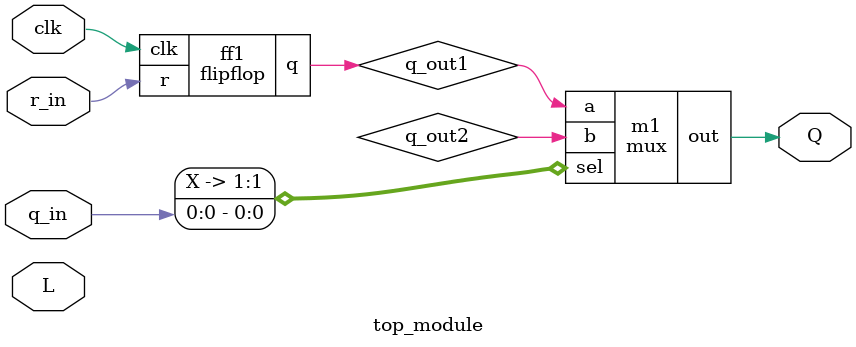
<source format=sv>
module flipflop (
    input clk,
    input r,
    output reg q);

    always @(posedge clk) begin
        if (r) begin
            q <= 0;
        end else begin
            q <= q;
        end
    end

endmodule
module mux (
    input [1:0] sel,
    input a,
    input b,
    output reg out);

    always @(*) begin
        case (sel)
            2'b00: out = a;
            2'b01: out = b;
            2'b10: out = 0;
            2'b11: out = 1;
        endcase
    end

endmodule
module top_module (
    input clk,
    input L,
    input q_in,
    input r_in,
    output reg Q);

    wire q_out1, q_out2, q_out3;

    flipflop ff1 (
        .clk(clk),
        .r(r_in),
        .q(q_out1)
    );

    flipflop ff2 (
        .clk(clk),
        .r(q_out2),
        .q(q_out3)
    );

    mux m1 (
        .sel(q_in[1:0]),
        .a(q_out1),
        .b(q_out2),
        .out(Q)
    );

endmodule

</source>
